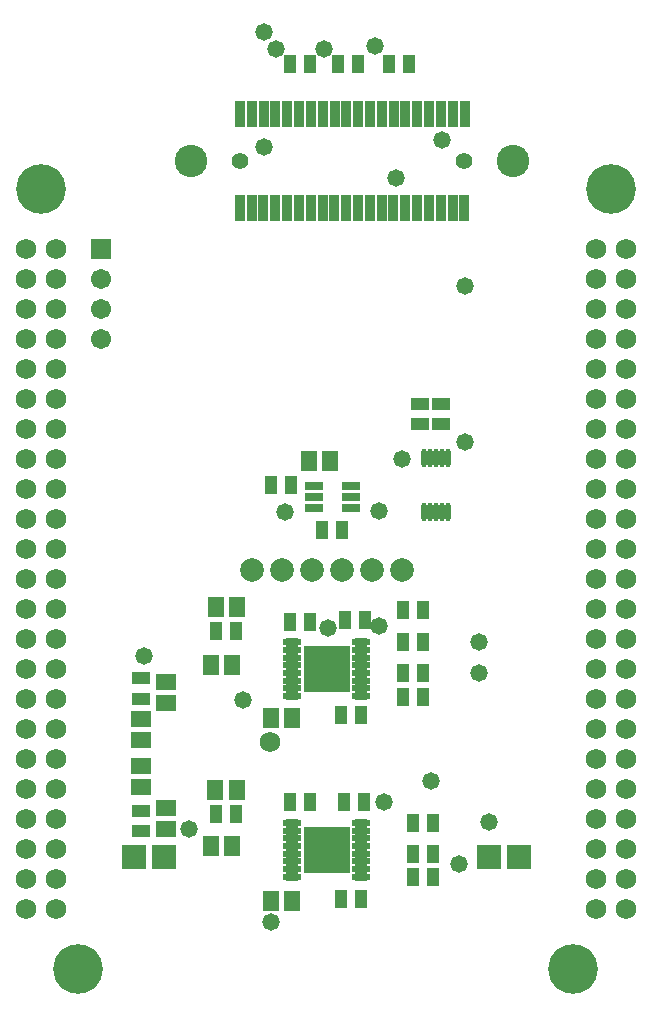
<source format=gbr>
G04 Layer_Color=16711935*
%FSLAX26Y26*%
%MOIN*%
%TF.FileFunction,Soldermask,Bot*%
%TF.Part,Single*%
G01*
G75*
%TA.AperFunction,SMDPad,CuDef*%
%ADD37R,0.041465X0.059181*%
%TA.AperFunction,ComponentPad*%
%ADD38C,0.165480*%
%ADD39C,0.068000*%
%TA.AperFunction,ViaPad*%
%ADD40C,0.068000*%
%TA.AperFunction,ComponentPad*%
%ADD41C,0.108000*%
%ADD42C,0.055000*%
%ADD43R,0.067055X0.067055*%
%ADD44C,0.067055*%
%ADD45R,0.078866X0.078866*%
%ADD46C,0.078866*%
%TA.AperFunction,ViaPad*%
%ADD47C,0.058000*%
%ADD48C,0.027685*%
%TA.AperFunction,SMDPad,CuDef*%
%ADD51R,0.053276X0.065087*%
%ADD52R,0.065087X0.053276*%
%ADD53R,0.059181X0.041465*%
%ADD54R,0.032000X0.086740*%
%ADD55R,0.063118X0.029654*%
%ADD56O,0.063118X0.025716*%
%ADD57R,0.151701X0.153669*%
%ADD58O,0.019811X0.061150*%
D37*
X534636Y-1883000D02*
D03*
X601564D02*
D03*
X779780Y617000D02*
D03*
X846708D02*
D03*
X939780D02*
D03*
X1006708D02*
D03*
X1109780D02*
D03*
X1176708D02*
D03*
X1256464Y-1913000D02*
D03*
X1189536D02*
D03*
X1225000Y-1203000D02*
D03*
X1158070D02*
D03*
X846464Y-1243000D02*
D03*
X779536D02*
D03*
X1016464Y-1553000D02*
D03*
X949536D02*
D03*
X1156070Y-1493000D02*
D03*
X1223000D02*
D03*
X1223001Y-1311614D02*
D03*
X1156071D02*
D03*
X534636Y-1273000D02*
D03*
X601564D02*
D03*
X1191536Y-2092568D02*
D03*
X1258464D02*
D03*
X1223000Y-1412796D02*
D03*
X1156070D02*
D03*
X1017159Y-2167008D02*
D03*
X950231D02*
D03*
X959536Y-1843000D02*
D03*
X1026464D02*
D03*
X846464D02*
D03*
X779536D02*
D03*
X963183Y-1237008D02*
D03*
X1030111D02*
D03*
X1258464Y-2015796D02*
D03*
X1191536D02*
D03*
X717016Y-787008D02*
D03*
X783945D02*
D03*
X953945Y-937008D02*
D03*
X887016D02*
D03*
D38*
X1850000Y200000D02*
D03*
X-50000D02*
D03*
X75000Y-2400000D02*
D03*
X1725000D02*
D03*
D39*
X1800000Y0D02*
D03*
Y-100000D02*
D03*
Y-200000D02*
D03*
Y-300000D02*
D03*
Y-400000D02*
D03*
Y-500000D02*
D03*
Y-600000D02*
D03*
Y-700000D02*
D03*
Y-800000D02*
D03*
Y-900000D02*
D03*
Y-1000000D02*
D03*
Y-1100000D02*
D03*
Y-1200000D02*
D03*
Y-1300000D02*
D03*
Y-1400000D02*
D03*
Y-1500000D02*
D03*
Y-1600000D02*
D03*
Y-1700000D02*
D03*
Y-1800000D02*
D03*
Y-1900000D02*
D03*
Y-2000000D02*
D03*
Y-2100000D02*
D03*
Y-2200000D02*
D03*
X1900000Y-100000D02*
D03*
Y-200000D02*
D03*
Y-300000D02*
D03*
Y-400000D02*
D03*
Y-500000D02*
D03*
Y-600000D02*
D03*
Y-700000D02*
D03*
Y-800000D02*
D03*
Y-900000D02*
D03*
Y-1000000D02*
D03*
Y-1100000D02*
D03*
Y-1200000D02*
D03*
Y-1300000D02*
D03*
Y-1400000D02*
D03*
Y-1500000D02*
D03*
Y-1600000D02*
D03*
Y-1700000D02*
D03*
Y-1800000D02*
D03*
Y-1900000D02*
D03*
Y-2000000D02*
D03*
Y-2100000D02*
D03*
Y-2200000D02*
D03*
X0Y0D02*
D03*
X-100000D02*
D03*
Y-100000D02*
D03*
Y-200000D02*
D03*
Y-300000D02*
D03*
Y-400000D02*
D03*
Y-500000D02*
D03*
Y-600000D02*
D03*
Y-700000D02*
D03*
Y-800000D02*
D03*
Y-900000D02*
D03*
Y-1000000D02*
D03*
Y-1100000D02*
D03*
Y-1200000D02*
D03*
Y-1300000D02*
D03*
Y-1400000D02*
D03*
Y-1500000D02*
D03*
Y-1600000D02*
D03*
Y-1700000D02*
D03*
Y-1800000D02*
D03*
Y-1900000D02*
D03*
Y-2000000D02*
D03*
Y-2100000D02*
D03*
Y-2200000D02*
D03*
X0Y-100000D02*
D03*
Y-200000D02*
D03*
Y-300000D02*
D03*
Y-400000D02*
D03*
Y-500000D02*
D03*
Y-600000D02*
D03*
Y-700000D02*
D03*
Y-800000D02*
D03*
Y-900000D02*
D03*
Y-1000000D02*
D03*
Y-1100000D02*
D03*
Y-1200000D02*
D03*
Y-1300000D02*
D03*
Y-1400000D02*
D03*
Y-1500000D02*
D03*
Y-1600000D02*
D03*
Y-1700000D02*
D03*
Y-1800000D02*
D03*
Y-1900000D02*
D03*
Y-2000000D02*
D03*
Y-2100000D02*
D03*
Y-2200000D02*
D03*
X1900000Y0D02*
D03*
D40*
X714614Y-1643000D02*
D03*
D41*
X1524200Y293000D02*
D03*
X451800D02*
D03*
D42*
X613700D02*
D03*
X1362300Y291400D02*
D03*
D43*
X150000Y0D02*
D03*
D44*
Y-100000D02*
D03*
Y-200000D02*
D03*
Y-300000D02*
D03*
D45*
X262449Y-2027897D02*
D03*
X362449D02*
D03*
X1443551D02*
D03*
X1543551D02*
D03*
D46*
X1153000Y-1069000D02*
D03*
X1053000D02*
D03*
X953000D02*
D03*
X853000D02*
D03*
X753000D02*
D03*
X653000D02*
D03*
D47*
X734000Y668000D02*
D03*
X695000Y722000D02*
D03*
X895000Y666000D02*
D03*
X1064000Y675000D02*
D03*
X717566Y-2243000D02*
D03*
X695000Y340000D02*
D03*
X1093000Y-1843000D02*
D03*
X1250078Y-1773000D02*
D03*
X623000Y-1503000D02*
D03*
X906000Y-1263000D02*
D03*
X1288000Y363000D02*
D03*
X443000Y-1933063D02*
D03*
X293000Y-1357874D02*
D03*
X763000Y-878000D02*
D03*
X1345000Y-2050000D02*
D03*
X1077928Y-1257598D02*
D03*
Y-875000D02*
D03*
X1362688Y-642598D02*
D03*
X1153000Y-698779D02*
D03*
X1365000Y-125000D02*
D03*
X1135000Y235000D02*
D03*
X1410000Y-1311000D02*
D03*
Y-1414000D02*
D03*
X1443766Y-1909000D02*
D03*
D48*
X946307Y-1959693D02*
D03*
X903000D02*
D03*
X859693D02*
D03*
X946307Y-2003000D02*
D03*
X903000D02*
D03*
X859693D02*
D03*
X946307Y-2046307D02*
D03*
X903000D02*
D03*
X859693D02*
D03*
Y-1444488D02*
D03*
X903000D02*
D03*
X946307D02*
D03*
X859693Y-1401181D02*
D03*
X903000D02*
D03*
X946307D02*
D03*
X859693Y-1357874D02*
D03*
X903000D02*
D03*
X946307D02*
D03*
D51*
X603433Y-1803000D02*
D03*
X532567D02*
D03*
X605433Y-1192000D02*
D03*
X534567D02*
D03*
X588432Y-1387204D02*
D03*
X517566D02*
D03*
X788432Y-1563000D02*
D03*
X717566D02*
D03*
X588432Y-1990204D02*
D03*
X517566D02*
D03*
X788432Y-2173000D02*
D03*
X717566D02*
D03*
X845047Y-707008D02*
D03*
X915913D02*
D03*
D52*
X283000Y-1567568D02*
D03*
Y-1638434D02*
D03*
X366800Y-1443568D02*
D03*
Y-1514434D02*
D03*
X283000Y-1794432D02*
D03*
Y-1723566D02*
D03*
X366800Y-1933188D02*
D03*
Y-1862322D02*
D03*
D53*
X283000Y-1940078D02*
D03*
Y-1873150D02*
D03*
X1215000Y-516535D02*
D03*
Y-583465D02*
D03*
X1285001Y-583465D02*
D03*
Y-516535D02*
D03*
X283000Y-1431694D02*
D03*
Y-1498622D02*
D03*
D54*
X614088Y450360D02*
D03*
X653488D02*
D03*
X692888D02*
D03*
X732288D02*
D03*
X771688D02*
D03*
X811088D02*
D03*
X850488D02*
D03*
X889888D02*
D03*
X929288D02*
D03*
X968688D02*
D03*
X1008088D02*
D03*
X1047488D02*
D03*
X1086888D02*
D03*
X1126288D02*
D03*
X1165688D02*
D03*
X1205088D02*
D03*
X1244488D02*
D03*
X1283888D02*
D03*
X1323288D02*
D03*
X1362688D02*
D03*
X613700Y135640D02*
D03*
X653100D02*
D03*
X692500D02*
D03*
X731900D02*
D03*
X771300D02*
D03*
X810700D02*
D03*
X850100D02*
D03*
X889500D02*
D03*
X928900D02*
D03*
X968300D02*
D03*
X1007700D02*
D03*
X1047100D02*
D03*
X1086500D02*
D03*
X1125900D02*
D03*
X1165300D02*
D03*
X1204700D02*
D03*
X1244100D02*
D03*
X1283500D02*
D03*
X1322900D02*
D03*
X1362300D02*
D03*
D55*
X983984Y-864409D02*
D03*
Y-827008D02*
D03*
Y-789606D02*
D03*
X859968D02*
D03*
Y-827008D02*
D03*
Y-864409D02*
D03*
D56*
X1019142Y-1913433D02*
D03*
Y-1939024D02*
D03*
Y-1964614D02*
D03*
Y-1990205D02*
D03*
Y-2015795D02*
D03*
Y-2041386D02*
D03*
Y-2066976D02*
D03*
Y-2092567D02*
D03*
X786858Y-1913433D02*
D03*
Y-1939024D02*
D03*
Y-1964614D02*
D03*
Y-1990205D02*
D03*
Y-2015795D02*
D03*
Y-2041386D02*
D03*
Y-2066976D02*
D03*
Y-2092567D02*
D03*
Y-1490748D02*
D03*
Y-1465157D02*
D03*
Y-1439567D02*
D03*
Y-1413976D02*
D03*
Y-1388386D02*
D03*
Y-1362795D02*
D03*
Y-1337205D02*
D03*
Y-1311614D02*
D03*
X1019142Y-1490748D02*
D03*
Y-1465157D02*
D03*
Y-1439567D02*
D03*
Y-1413976D02*
D03*
Y-1388386D02*
D03*
Y-1362795D02*
D03*
Y-1337205D02*
D03*
Y-1311614D02*
D03*
D57*
X903000Y-2003000D02*
D03*
Y-1401181D02*
D03*
D58*
X1228630Y-698433D02*
D03*
X1248315D02*
D03*
X1268000D02*
D03*
X1287685D02*
D03*
X1307370D02*
D03*
X1228630Y-877567D02*
D03*
X1248315D02*
D03*
X1268000D02*
D03*
X1287685D02*
D03*
X1307370D02*
D03*
%TF.MD5,48221a306d2642b31d98a2d831fdf5dd*%
M02*

</source>
